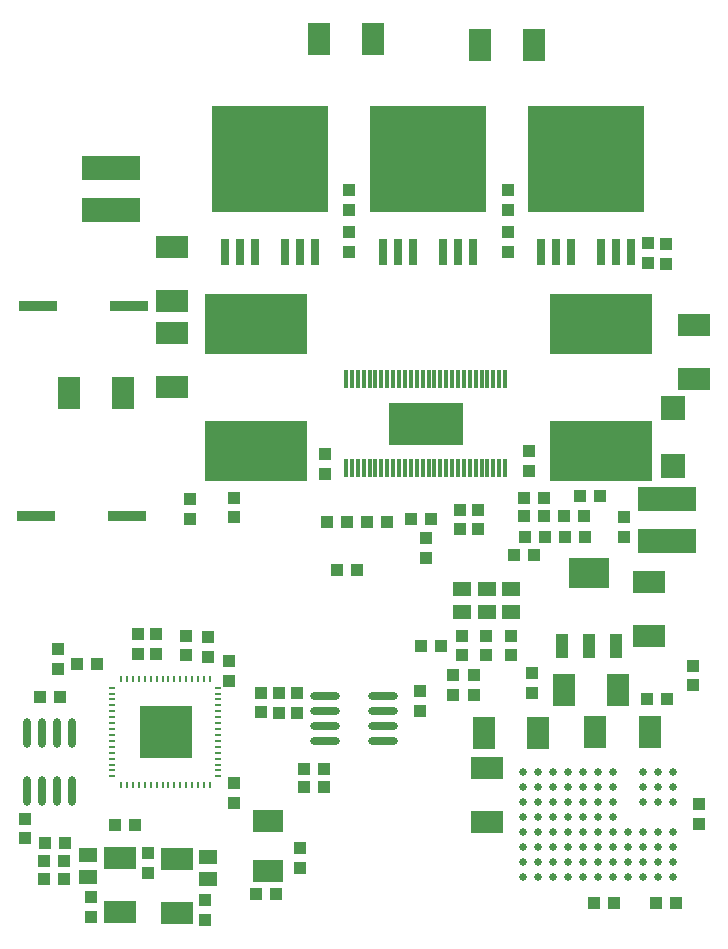
<source format=gbp>
%FSTAX23Y23*%
%MOIN*%
%SFA1B1*%

%IPPOS*%
%ADD10R,0.043310X0.039370*%
%ADD12R,0.102360X0.074800*%
%ADD16R,0.137800X0.098430*%
%ADD17R,0.039370X0.078740*%
%ADD22R,0.039370X0.043310*%
%ADD23R,0.059060X0.051180*%
%ADD24R,0.074800X0.106300*%
%ADD30R,0.029530X0.089960*%
%ADD31R,0.391540X0.354920*%
%ADD54R,0.106300X0.074800*%
%ADD55R,0.344490X0.204720*%
%ADD56O,0.027560X0.098430*%
%ADD57C,0.024800*%
%ADD58R,0.196850X0.078740*%
%ADD59R,0.125980X0.037400*%
%ADD60O,0.098430X0.027560*%
%ADD62R,0.011810X0.061020*%
%ADD63R,0.078740X0.078740*%
%ADD64O,0.009840X0.025590*%
%ADD65O,0.025590X0.009840*%
%ADD66R,0.177160X0.177160*%
%ADD114R,0.250000X0.142130*%
%LNninja_3_2_pcb-1*%
%LPD*%
G54D10*
X00285Y0089D03*
X00218D03*
X00095Y0078D03*
X00161D03*
X00178Y00294D03*
X00111D03*
X00175Y00235D03*
X00108D03*
Y00175D03*
X00175D03*
X00975Y0054D03*
X01041D03*
X00975Y0048D03*
X01041D03*
X0171Y01315D03*
X01776D03*
X01845D03*
X01911D03*
X01708Y01385D03*
X01775D03*
X0125Y01365D03*
X01183D03*
X02215Y00095D03*
X02148D03*
X0194D03*
X02006D03*
X0041Y00355D03*
X00343D03*
X00815Y00124D03*
X00881D03*
X01085Y01205D03*
X01151D03*
X01675Y01255D03*
X01741D03*
X0133Y01375D03*
X01396D03*
X01775Y01445D03*
X01708D03*
X01906Y01385D03*
X0184D03*
X0105Y01365D03*
X01116D03*
X02185Y00775D03*
X02118D03*
X01365Y0095D03*
X01431D03*
X01895Y0145D03*
X01961D03*
G54D12*
X00855Y00369D03*
Y002D03*
G54D16*
X01924Y01194D03*
G54D17*
X02015Y0095D03*
X01924D03*
X01833D03*
G54D22*
X0212Y02295D03*
Y02228D03*
X0218Y02225D03*
Y02291D03*
X01655Y0247D03*
Y02403D03*
Y02265D03*
Y02331D03*
X01125Y02403D03*
Y0247D03*
Y02265D03*
Y02331D03*
X0042Y00925D03*
Y00991D03*
X0048D03*
Y00925D03*
X0083Y0073D03*
Y00796D03*
X00455Y0026D03*
Y00193D03*
X0089Y00795D03*
Y00728D03*
X0095Y00795D03*
Y00728D03*
X01725Y016D03*
Y01533D03*
X01555Y0134D03*
Y01406D03*
X0147Y00855D03*
Y00788D03*
X0154Y00855D03*
Y00788D03*
X01735Y0086D03*
Y00793D03*
X01495Y0134D03*
Y01406D03*
X015Y0092D03*
Y00986D03*
X0158Y0092D03*
Y00986D03*
X01665Y0092D03*
Y00986D03*
X0229Y00425D03*
Y00358D03*
X0058Y0092D03*
Y00986D03*
X00155Y00875D03*
Y00941D03*
X00045Y0031D03*
Y00376D03*
X00655Y00915D03*
Y00981D03*
X0074Y00495D03*
Y00428D03*
X00725Y00835D03*
Y00901D03*
X00645Y00105D03*
Y00038D03*
X00265Y00115D03*
Y00048D03*
X0096Y00279D03*
Y00212D03*
X01045Y0159D03*
Y01523D03*
X0136Y008D03*
Y00733D03*
X0074Y0138D03*
Y01446D03*
X00595Y01375D03*
Y01441D03*
X0227Y0082D03*
Y00886D03*
X0138Y0131D03*
Y01243D03*
X0204Y0138D03*
Y01313D03*
G54D23*
X015Y01065D03*
Y0114D03*
X01582Y01065D03*
Y0114D03*
X01665Y01065D03*
Y0114D03*
X00655Y00175D03*
Y00249D03*
X00255Y00181D03*
Y00256D03*
G54D24*
X01741Y02955D03*
X0156D03*
X00371Y01795D03*
X0019D03*
X01023Y02975D03*
X01205D03*
X01839Y00805D03*
X0202D03*
X01573Y0066D03*
X01755D03*
X02126Y00665D03*
X01945D03*
G54D30*
X0101Y02265D03*
X0096D03*
X0091D03*
X0081D03*
X0076D03*
X0071D03*
X01537D03*
X01487D03*
X01437D03*
X01337D03*
X01287D03*
X01237D03*
X02065D03*
X02015D03*
X01965D03*
X01865D03*
X01815D03*
X01765D03*
G54D31*
X0086Y02576D03*
X01387D03*
X01915D03*
G54D54*
X00535Y02281D03*
Y021D03*
X0055Y00241D03*
Y0006D03*
X0036Y00244D03*
Y00063D03*
X02125Y01166D03*
Y00985D03*
X02275Y02021D03*
Y0184D03*
X00535Y01813D03*
Y01995D03*
X01585Y00365D03*
Y00546D03*
G54D55*
X00812Y02025D03*
Y016D03*
X01964Y02025D03*
Y016D03*
G54D56*
X0005Y00661D03*
X001D03*
X0015D03*
X002D03*
X0005Y00468D03*
X001D03*
X0015D03*
X002D03*
G54D57*
X01705Y00331D03*
Y00281D03*
Y00231D03*
Y00181D03*
Y00531D03*
X01755D03*
X01805D03*
X01855D03*
X01905D03*
X01955D03*
X02005D03*
X02105D03*
X02155D03*
X02205D03*
Y00481D03*
X02155D03*
X02105D03*
X02005D03*
X01955D03*
X01905D03*
X01855D03*
X01805D03*
X01755D03*
X01705D03*
X02205Y00431D03*
X02155D03*
X02105D03*
X02005D03*
X01955D03*
X01905D03*
X01855D03*
X01805D03*
X01755D03*
X01705D03*
X02005Y00381D03*
X01955D03*
X01905D03*
X01855D03*
X01805D03*
X01755D03*
X01705D03*
X02205Y00331D03*
X02155D03*
X02105D03*
X02055D03*
X02005D03*
X01955D03*
X01905D03*
X01855D03*
X01805D03*
X01755D03*
X02205Y00281D03*
X02155D03*
X02105D03*
X02055D03*
X02005D03*
X01955D03*
X01905D03*
X01855D03*
X01805D03*
X01755D03*
X02205Y00231D03*
X02155D03*
X02105D03*
X02055D03*
X02005D03*
X01955D03*
X01905D03*
X01855D03*
X01805D03*
X01755D03*
X02205Y00181D03*
X02155D03*
X02105D03*
X02055D03*
X02005D03*
X01955D03*
X01905D03*
X01855D03*
X01805D03*
X01755D03*
G54D58*
X02185Y0144D03*
Y013D03*
X0033Y02545D03*
Y02405D03*
G54D59*
X00086Y02085D03*
X0039D03*
X00081Y01385D03*
X00385D03*
G54D60*
X01236Y00785D03*
Y00735D03*
Y00685D03*
Y00635D03*
X01043Y00785D03*
Y00735D03*
Y00685D03*
Y00635D03*
G54D62*
X01645Y0184D03*
X01625D03*
X01605D03*
X01585D03*
X01566D03*
X01546D03*
X01526D03*
X01507D03*
X01487D03*
X01467D03*
X01448D03*
X01428D03*
X01408D03*
X01389D03*
X01369D03*
X01349D03*
X0133D03*
X0131D03*
X0129D03*
X0127D03*
X01251D03*
X01231D03*
X01211D03*
X01192D03*
X01172D03*
X01152D03*
X01133Y0184D03*
X01113Y0184D03*
Y01545D03*
X01133D03*
X01152D03*
X01172D03*
X01192D03*
X01211D03*
X01231D03*
X01251D03*
X0127D03*
X0129D03*
X0131D03*
X0133D03*
X01349D03*
X01369D03*
X01389D03*
X01408D03*
X01428D03*
X01448D03*
X01467D03*
X01487D03*
X01507D03*
X01526D03*
X01546D03*
X01566D03*
X01585D03*
X01605D03*
X01625D03*
X01645D03*
G54D63*
X02205Y0155D03*
Y01745D03*
G54D64*
X00659Y00488D03*
X00639D03*
X0062D03*
X006D03*
X0058D03*
X00561D03*
X00541D03*
X00521D03*
X00502D03*
X00482D03*
X00462D03*
X00443D03*
X00423D03*
X00403D03*
X00384D03*
X00364D03*
Y00841D03*
X00384D03*
X00403D03*
X00423D03*
X00443D03*
X00462D03*
X00482D03*
X00502D03*
X00521D03*
X00541D03*
X00561D03*
X0058D03*
X006D03*
X0062D03*
X00639D03*
X00659D03*
G54D65*
X00335Y00517D03*
Y00537D03*
Y00556D03*
Y00576D03*
Y00596D03*
Y00615D03*
Y00635D03*
Y00655D03*
Y00674D03*
Y00694D03*
Y00714D03*
Y00733D03*
Y00753D03*
Y00773D03*
Y00792D03*
Y00812D03*
X00688D03*
Y00792D03*
Y00773D03*
Y00753D03*
Y00733D03*
Y00714D03*
Y00694D03*
Y00674D03*
Y00655D03*
Y00635D03*
Y00615D03*
Y00596D03*
Y00576D03*
Y00556D03*
Y00537D03*
Y00517D03*
G54D66*
X00512Y00665D03*
G54D114*
X01379Y01692D03*
M02*
</source>
